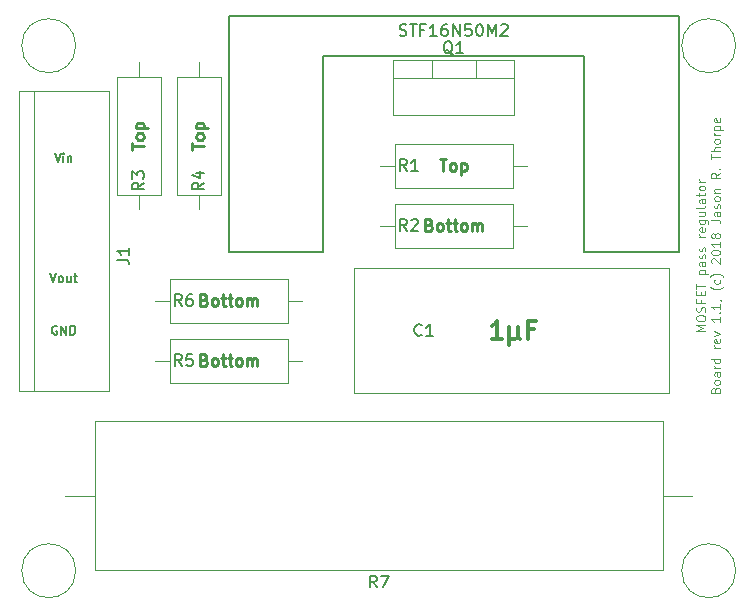
<source format=gbr>
G04 #@! TF.FileFunction,Legend,Top*
%FSLAX46Y46*%
G04 Gerber Fmt 4.6, Leading zero omitted, Abs format (unit mm)*
G04 Created by KiCad (PCBNEW 4.0.7) date Wednesday, October 03, 2018 'AMt' 10:44:15 AM*
%MOMM*%
%LPD*%
G01*
G04 APERTURE LIST*
%ADD10C,0.100000*%
%ADD11C,0.187500*%
%ADD12C,0.125000*%
%ADD13C,0.250000*%
%ADD14C,0.300000*%
%ADD15C,0.120000*%
%ADD16C,0.150000*%
G04 APERTURE END LIST*
D10*
D11*
X125158572Y-79635000D02*
X125087143Y-79599286D01*
X124980000Y-79599286D01*
X124872857Y-79635000D01*
X124801429Y-79706429D01*
X124765714Y-79777857D01*
X124730000Y-79920714D01*
X124730000Y-80027857D01*
X124765714Y-80170714D01*
X124801429Y-80242143D01*
X124872857Y-80313571D01*
X124980000Y-80349286D01*
X125051429Y-80349286D01*
X125158572Y-80313571D01*
X125194286Y-80277857D01*
X125194286Y-80027857D01*
X125051429Y-80027857D01*
X125515714Y-80349286D02*
X125515714Y-79599286D01*
X125944286Y-80349286D01*
X125944286Y-79599286D01*
X126301428Y-80349286D02*
X126301428Y-79599286D01*
X126480000Y-79599286D01*
X126587143Y-79635000D01*
X126658571Y-79706429D01*
X126694286Y-79777857D01*
X126730000Y-79920714D01*
X126730000Y-80027857D01*
X126694286Y-80170714D01*
X126658571Y-80242143D01*
X126587143Y-80313571D01*
X126480000Y-80349286D01*
X126301428Y-80349286D01*
X124587144Y-75154286D02*
X124837144Y-75904286D01*
X125087144Y-75154286D01*
X125444286Y-75904286D02*
X125372858Y-75868571D01*
X125337143Y-75832857D01*
X125301429Y-75761429D01*
X125301429Y-75547143D01*
X125337143Y-75475714D01*
X125372858Y-75440000D01*
X125444286Y-75404286D01*
X125551429Y-75404286D01*
X125622858Y-75440000D01*
X125658572Y-75475714D01*
X125694286Y-75547143D01*
X125694286Y-75761429D01*
X125658572Y-75832857D01*
X125622858Y-75868571D01*
X125551429Y-75904286D01*
X125444286Y-75904286D01*
X126337143Y-75404286D02*
X126337143Y-75904286D01*
X126015714Y-75404286D02*
X126015714Y-75797143D01*
X126051429Y-75868571D01*
X126122857Y-75904286D01*
X126230000Y-75904286D01*
X126301429Y-75868571D01*
X126337143Y-75832857D01*
X126587143Y-75404286D02*
X126872857Y-75404286D01*
X126694285Y-75154286D02*
X126694285Y-75797143D01*
X126730000Y-75868571D01*
X126801428Y-75904286D01*
X126872857Y-75904286D01*
X124962144Y-64994286D02*
X125212144Y-65744286D01*
X125462144Y-64994286D01*
X125712143Y-65744286D02*
X125712143Y-65244286D01*
X125712143Y-64994286D02*
X125676429Y-65030000D01*
X125712143Y-65065714D01*
X125747858Y-65030000D01*
X125712143Y-64994286D01*
X125712143Y-65065714D01*
X126069286Y-65244286D02*
X126069286Y-65744286D01*
X126069286Y-65315714D02*
X126105001Y-65280000D01*
X126176429Y-65244286D01*
X126283572Y-65244286D01*
X126355001Y-65280000D01*
X126390715Y-65351429D01*
X126390715Y-65744286D01*
D12*
X180054286Y-80017142D02*
X179304286Y-80017142D01*
X179840000Y-79767142D01*
X179304286Y-79517142D01*
X180054286Y-79517142D01*
X179304286Y-79017141D02*
X179304286Y-78874284D01*
X179340000Y-78802856D01*
X179411429Y-78731427D01*
X179554286Y-78695713D01*
X179804286Y-78695713D01*
X179947143Y-78731427D01*
X180018571Y-78802856D01*
X180054286Y-78874284D01*
X180054286Y-79017141D01*
X180018571Y-79088570D01*
X179947143Y-79159999D01*
X179804286Y-79195713D01*
X179554286Y-79195713D01*
X179411429Y-79159999D01*
X179340000Y-79088570D01*
X179304286Y-79017141D01*
X180018571Y-78409999D02*
X180054286Y-78302856D01*
X180054286Y-78124285D01*
X180018571Y-78052856D01*
X179982857Y-78017142D01*
X179911429Y-77981427D01*
X179840000Y-77981427D01*
X179768571Y-78017142D01*
X179732857Y-78052856D01*
X179697143Y-78124285D01*
X179661429Y-78267142D01*
X179625714Y-78338570D01*
X179590000Y-78374285D01*
X179518571Y-78409999D01*
X179447143Y-78409999D01*
X179375714Y-78374285D01*
X179340000Y-78338570D01*
X179304286Y-78267142D01*
X179304286Y-78088570D01*
X179340000Y-77981427D01*
X179661429Y-77409999D02*
X179661429Y-77659999D01*
X180054286Y-77659999D02*
X179304286Y-77659999D01*
X179304286Y-77302856D01*
X179661429Y-77017142D02*
X179661429Y-76767142D01*
X180054286Y-76659999D02*
X180054286Y-77017142D01*
X179304286Y-77017142D01*
X179304286Y-76659999D01*
X179304286Y-76445713D02*
X179304286Y-76017142D01*
X180054286Y-76231428D02*
X179304286Y-76231428D01*
X179554286Y-75195713D02*
X180304286Y-75195713D01*
X179590000Y-75195713D02*
X179554286Y-75124284D01*
X179554286Y-74981427D01*
X179590000Y-74909998D01*
X179625714Y-74874284D01*
X179697143Y-74838570D01*
X179911429Y-74838570D01*
X179982857Y-74874284D01*
X180018571Y-74909998D01*
X180054286Y-74981427D01*
X180054286Y-75124284D01*
X180018571Y-75195713D01*
X180054286Y-74195713D02*
X179661429Y-74195713D01*
X179590000Y-74231427D01*
X179554286Y-74302856D01*
X179554286Y-74445713D01*
X179590000Y-74517142D01*
X180018571Y-74195713D02*
X180054286Y-74267142D01*
X180054286Y-74445713D01*
X180018571Y-74517142D01*
X179947143Y-74552856D01*
X179875714Y-74552856D01*
X179804286Y-74517142D01*
X179768571Y-74445713D01*
X179768571Y-74267142D01*
X179732857Y-74195713D01*
X180018571Y-73874285D02*
X180054286Y-73802856D01*
X180054286Y-73659999D01*
X180018571Y-73588571D01*
X179947143Y-73552856D01*
X179911429Y-73552856D01*
X179840000Y-73588571D01*
X179804286Y-73659999D01*
X179804286Y-73767142D01*
X179768571Y-73838571D01*
X179697143Y-73874285D01*
X179661429Y-73874285D01*
X179590000Y-73838571D01*
X179554286Y-73767142D01*
X179554286Y-73659999D01*
X179590000Y-73588571D01*
X180018571Y-73267142D02*
X180054286Y-73195713D01*
X180054286Y-73052856D01*
X180018571Y-72981428D01*
X179947143Y-72945713D01*
X179911429Y-72945713D01*
X179840000Y-72981428D01*
X179804286Y-73052856D01*
X179804286Y-73159999D01*
X179768571Y-73231428D01*
X179697143Y-73267142D01*
X179661429Y-73267142D01*
X179590000Y-73231428D01*
X179554286Y-73159999D01*
X179554286Y-73052856D01*
X179590000Y-72981428D01*
X180054286Y-72052856D02*
X179554286Y-72052856D01*
X179697143Y-72052856D02*
X179625714Y-72017141D01*
X179590000Y-71981427D01*
X179554286Y-71909998D01*
X179554286Y-71838570D01*
X180018571Y-71302855D02*
X180054286Y-71374284D01*
X180054286Y-71517141D01*
X180018571Y-71588570D01*
X179947143Y-71624284D01*
X179661429Y-71624284D01*
X179590000Y-71588570D01*
X179554286Y-71517141D01*
X179554286Y-71374284D01*
X179590000Y-71302855D01*
X179661429Y-71267141D01*
X179732857Y-71267141D01*
X179804286Y-71624284D01*
X179554286Y-70624284D02*
X180161429Y-70624284D01*
X180232857Y-70659998D01*
X180268571Y-70695713D01*
X180304286Y-70767141D01*
X180304286Y-70874284D01*
X180268571Y-70945713D01*
X180018571Y-70624284D02*
X180054286Y-70695713D01*
X180054286Y-70838570D01*
X180018571Y-70909998D01*
X179982857Y-70945713D01*
X179911429Y-70981427D01*
X179697143Y-70981427D01*
X179625714Y-70945713D01*
X179590000Y-70909998D01*
X179554286Y-70838570D01*
X179554286Y-70695713D01*
X179590000Y-70624284D01*
X179554286Y-69945713D02*
X180054286Y-69945713D01*
X179554286Y-70267142D02*
X179947143Y-70267142D01*
X180018571Y-70231427D01*
X180054286Y-70159999D01*
X180054286Y-70052856D01*
X180018571Y-69981427D01*
X179982857Y-69945713D01*
X180054286Y-69481428D02*
X180018571Y-69552856D01*
X179947143Y-69588571D01*
X179304286Y-69588571D01*
X180054286Y-68874285D02*
X179661429Y-68874285D01*
X179590000Y-68909999D01*
X179554286Y-68981428D01*
X179554286Y-69124285D01*
X179590000Y-69195714D01*
X180018571Y-68874285D02*
X180054286Y-68945714D01*
X180054286Y-69124285D01*
X180018571Y-69195714D01*
X179947143Y-69231428D01*
X179875714Y-69231428D01*
X179804286Y-69195714D01*
X179768571Y-69124285D01*
X179768571Y-68945714D01*
X179732857Y-68874285D01*
X179554286Y-68624285D02*
X179554286Y-68338571D01*
X179304286Y-68517143D02*
X179947143Y-68517143D01*
X180018571Y-68481428D01*
X180054286Y-68410000D01*
X180054286Y-68338571D01*
X180054286Y-67981429D02*
X180018571Y-68052857D01*
X179982857Y-68088572D01*
X179911429Y-68124286D01*
X179697143Y-68124286D01*
X179625714Y-68088572D01*
X179590000Y-68052857D01*
X179554286Y-67981429D01*
X179554286Y-67874286D01*
X179590000Y-67802857D01*
X179625714Y-67767143D01*
X179697143Y-67731429D01*
X179911429Y-67731429D01*
X179982857Y-67767143D01*
X180018571Y-67802857D01*
X180054286Y-67874286D01*
X180054286Y-67981429D01*
X180054286Y-67410001D02*
X179554286Y-67410001D01*
X179697143Y-67410001D02*
X179625714Y-67374286D01*
X179590000Y-67338572D01*
X179554286Y-67267143D01*
X179554286Y-67195715D01*
X180911429Y-85035002D02*
X180947143Y-84927859D01*
X180982857Y-84892144D01*
X181054286Y-84856430D01*
X181161429Y-84856430D01*
X181232857Y-84892144D01*
X181268571Y-84927859D01*
X181304286Y-84999287D01*
X181304286Y-85285002D01*
X180554286Y-85285002D01*
X180554286Y-85035002D01*
X180590000Y-84963573D01*
X180625714Y-84927859D01*
X180697143Y-84892144D01*
X180768571Y-84892144D01*
X180840000Y-84927859D01*
X180875714Y-84963573D01*
X180911429Y-85035002D01*
X180911429Y-85285002D01*
X181304286Y-84427859D02*
X181268571Y-84499287D01*
X181232857Y-84535002D01*
X181161429Y-84570716D01*
X180947143Y-84570716D01*
X180875714Y-84535002D01*
X180840000Y-84499287D01*
X180804286Y-84427859D01*
X180804286Y-84320716D01*
X180840000Y-84249287D01*
X180875714Y-84213573D01*
X180947143Y-84177859D01*
X181161429Y-84177859D01*
X181232857Y-84213573D01*
X181268571Y-84249287D01*
X181304286Y-84320716D01*
X181304286Y-84427859D01*
X181304286Y-83535002D02*
X180911429Y-83535002D01*
X180840000Y-83570716D01*
X180804286Y-83642145D01*
X180804286Y-83785002D01*
X180840000Y-83856431D01*
X181268571Y-83535002D02*
X181304286Y-83606431D01*
X181304286Y-83785002D01*
X181268571Y-83856431D01*
X181197143Y-83892145D01*
X181125714Y-83892145D01*
X181054286Y-83856431D01*
X181018571Y-83785002D01*
X181018571Y-83606431D01*
X180982857Y-83535002D01*
X181304286Y-83177860D02*
X180804286Y-83177860D01*
X180947143Y-83177860D02*
X180875714Y-83142145D01*
X180840000Y-83106431D01*
X180804286Y-83035002D01*
X180804286Y-82963574D01*
X181304286Y-82392145D02*
X180554286Y-82392145D01*
X181268571Y-82392145D02*
X181304286Y-82463574D01*
X181304286Y-82606431D01*
X181268571Y-82677859D01*
X181232857Y-82713574D01*
X181161429Y-82749288D01*
X180947143Y-82749288D01*
X180875714Y-82713574D01*
X180840000Y-82677859D01*
X180804286Y-82606431D01*
X180804286Y-82463574D01*
X180840000Y-82392145D01*
X181304286Y-81463574D02*
X180804286Y-81463574D01*
X180947143Y-81463574D02*
X180875714Y-81427859D01*
X180840000Y-81392145D01*
X180804286Y-81320716D01*
X180804286Y-81249288D01*
X181268571Y-80713573D02*
X181304286Y-80785002D01*
X181304286Y-80927859D01*
X181268571Y-80999288D01*
X181197143Y-81035002D01*
X180911429Y-81035002D01*
X180840000Y-80999288D01*
X180804286Y-80927859D01*
X180804286Y-80785002D01*
X180840000Y-80713573D01*
X180911429Y-80677859D01*
X180982857Y-80677859D01*
X181054286Y-81035002D01*
X180804286Y-80427859D02*
X181304286Y-80249288D01*
X180804286Y-80070716D01*
X181304286Y-78820715D02*
X181304286Y-79249287D01*
X181304286Y-79035001D02*
X180554286Y-79035001D01*
X180661429Y-79106430D01*
X180732857Y-79177858D01*
X180768571Y-79249287D01*
X181232857Y-78499287D02*
X181268571Y-78463572D01*
X181304286Y-78499287D01*
X181268571Y-78535001D01*
X181232857Y-78499287D01*
X181304286Y-78499287D01*
X181304286Y-77749286D02*
X181304286Y-78177858D01*
X181304286Y-77963572D02*
X180554286Y-77963572D01*
X180661429Y-78035001D01*
X180732857Y-78106429D01*
X180768571Y-78177858D01*
X181268571Y-77392143D02*
X181304286Y-77392143D01*
X181375714Y-77427858D01*
X181411429Y-77463572D01*
X181590000Y-76285000D02*
X181554286Y-76320714D01*
X181447143Y-76392143D01*
X181375714Y-76427857D01*
X181268571Y-76463571D01*
X181090000Y-76499286D01*
X180947143Y-76499286D01*
X180768571Y-76463571D01*
X180661429Y-76427857D01*
X180590000Y-76392143D01*
X180482857Y-76320714D01*
X180447143Y-76285000D01*
X181268571Y-75677857D02*
X181304286Y-75749286D01*
X181304286Y-75892143D01*
X181268571Y-75963571D01*
X181232857Y-75999286D01*
X181161429Y-76035000D01*
X180947143Y-76035000D01*
X180875714Y-75999286D01*
X180840000Y-75963571D01*
X180804286Y-75892143D01*
X180804286Y-75749286D01*
X180840000Y-75677857D01*
X181590000Y-75427857D02*
X181554286Y-75392143D01*
X181447143Y-75320714D01*
X181375714Y-75285000D01*
X181268571Y-75249286D01*
X181090000Y-75213571D01*
X180947143Y-75213571D01*
X180768571Y-75249286D01*
X180661429Y-75285000D01*
X180590000Y-75320714D01*
X180482857Y-75392143D01*
X180447143Y-75427857D01*
X180625714Y-74320714D02*
X180590000Y-74285000D01*
X180554286Y-74213571D01*
X180554286Y-74035000D01*
X180590000Y-73963571D01*
X180625714Y-73927857D01*
X180697143Y-73892142D01*
X180768571Y-73892142D01*
X180875714Y-73927857D01*
X181304286Y-74356428D01*
X181304286Y-73892142D01*
X180554286Y-73427856D02*
X180554286Y-73356428D01*
X180590000Y-73284999D01*
X180625714Y-73249285D01*
X180697143Y-73213571D01*
X180840000Y-73177856D01*
X181018571Y-73177856D01*
X181161429Y-73213571D01*
X181232857Y-73249285D01*
X181268571Y-73284999D01*
X181304286Y-73356428D01*
X181304286Y-73427856D01*
X181268571Y-73499285D01*
X181232857Y-73534999D01*
X181161429Y-73570714D01*
X181018571Y-73606428D01*
X180840000Y-73606428D01*
X180697143Y-73570714D01*
X180625714Y-73534999D01*
X180590000Y-73499285D01*
X180554286Y-73427856D01*
X181304286Y-72463570D02*
X181304286Y-72892142D01*
X181304286Y-72677856D02*
X180554286Y-72677856D01*
X180661429Y-72749285D01*
X180732857Y-72820713D01*
X180768571Y-72892142D01*
X180875714Y-72034999D02*
X180840000Y-72106427D01*
X180804286Y-72142142D01*
X180732857Y-72177856D01*
X180697143Y-72177856D01*
X180625714Y-72142142D01*
X180590000Y-72106427D01*
X180554286Y-72034999D01*
X180554286Y-71892142D01*
X180590000Y-71820713D01*
X180625714Y-71784999D01*
X180697143Y-71749284D01*
X180732857Y-71749284D01*
X180804286Y-71784999D01*
X180840000Y-71820713D01*
X180875714Y-71892142D01*
X180875714Y-72034999D01*
X180911429Y-72106427D01*
X180947143Y-72142142D01*
X181018571Y-72177856D01*
X181161429Y-72177856D01*
X181232857Y-72142142D01*
X181268571Y-72106427D01*
X181304286Y-72034999D01*
X181304286Y-71892142D01*
X181268571Y-71820713D01*
X181232857Y-71784999D01*
X181161429Y-71749284D01*
X181018571Y-71749284D01*
X180947143Y-71784999D01*
X180911429Y-71820713D01*
X180875714Y-71892142D01*
X180554286Y-70642141D02*
X181090000Y-70642141D01*
X181197143Y-70677855D01*
X181268571Y-70749284D01*
X181304286Y-70856427D01*
X181304286Y-70927855D01*
X181304286Y-69963569D02*
X180911429Y-69963569D01*
X180840000Y-69999283D01*
X180804286Y-70070712D01*
X180804286Y-70213569D01*
X180840000Y-70284998D01*
X181268571Y-69963569D02*
X181304286Y-70034998D01*
X181304286Y-70213569D01*
X181268571Y-70284998D01*
X181197143Y-70320712D01*
X181125714Y-70320712D01*
X181054286Y-70284998D01*
X181018571Y-70213569D01*
X181018571Y-70034998D01*
X180982857Y-69963569D01*
X181268571Y-69642141D02*
X181304286Y-69570712D01*
X181304286Y-69427855D01*
X181268571Y-69356427D01*
X181197143Y-69320712D01*
X181161429Y-69320712D01*
X181090000Y-69356427D01*
X181054286Y-69427855D01*
X181054286Y-69534998D01*
X181018571Y-69606427D01*
X180947143Y-69642141D01*
X180911429Y-69642141D01*
X180840000Y-69606427D01*
X180804286Y-69534998D01*
X180804286Y-69427855D01*
X180840000Y-69356427D01*
X181304286Y-68892141D02*
X181268571Y-68963569D01*
X181232857Y-68999284D01*
X181161429Y-69034998D01*
X180947143Y-69034998D01*
X180875714Y-68999284D01*
X180840000Y-68963569D01*
X180804286Y-68892141D01*
X180804286Y-68784998D01*
X180840000Y-68713569D01*
X180875714Y-68677855D01*
X180947143Y-68642141D01*
X181161429Y-68642141D01*
X181232857Y-68677855D01*
X181268571Y-68713569D01*
X181304286Y-68784998D01*
X181304286Y-68892141D01*
X180804286Y-68320713D02*
X181304286Y-68320713D01*
X180875714Y-68320713D02*
X180840000Y-68284998D01*
X180804286Y-68213570D01*
X180804286Y-68106427D01*
X180840000Y-68034998D01*
X180911429Y-67999284D01*
X181304286Y-67999284D01*
X181304286Y-66642141D02*
X180947143Y-66892141D01*
X181304286Y-67070713D02*
X180554286Y-67070713D01*
X180554286Y-66784998D01*
X180590000Y-66713570D01*
X180625714Y-66677855D01*
X180697143Y-66642141D01*
X180804286Y-66642141D01*
X180875714Y-66677855D01*
X180911429Y-66713570D01*
X180947143Y-66784998D01*
X180947143Y-67070713D01*
X181232857Y-66320713D02*
X181268571Y-66284998D01*
X181304286Y-66320713D01*
X181268571Y-66356427D01*
X181232857Y-66320713D01*
X181304286Y-66320713D01*
X180554286Y-65499283D02*
X180554286Y-65070712D01*
X181304286Y-65284998D02*
X180554286Y-65284998D01*
X181304286Y-64820712D02*
X180554286Y-64820712D01*
X181304286Y-64499283D02*
X180911429Y-64499283D01*
X180840000Y-64534997D01*
X180804286Y-64606426D01*
X180804286Y-64713569D01*
X180840000Y-64784997D01*
X180875714Y-64820712D01*
X181304286Y-64034998D02*
X181268571Y-64106426D01*
X181232857Y-64142141D01*
X181161429Y-64177855D01*
X180947143Y-64177855D01*
X180875714Y-64142141D01*
X180840000Y-64106426D01*
X180804286Y-64034998D01*
X180804286Y-63927855D01*
X180840000Y-63856426D01*
X180875714Y-63820712D01*
X180947143Y-63784998D01*
X181161429Y-63784998D01*
X181232857Y-63820712D01*
X181268571Y-63856426D01*
X181304286Y-63927855D01*
X181304286Y-64034998D01*
X181304286Y-63463570D02*
X180804286Y-63463570D01*
X180947143Y-63463570D02*
X180875714Y-63427855D01*
X180840000Y-63392141D01*
X180804286Y-63320712D01*
X180804286Y-63249284D01*
X180804286Y-62999284D02*
X181554286Y-62999284D01*
X180840000Y-62999284D02*
X180804286Y-62927855D01*
X180804286Y-62784998D01*
X180840000Y-62713569D01*
X180875714Y-62677855D01*
X180947143Y-62642141D01*
X181161429Y-62642141D01*
X181232857Y-62677855D01*
X181268571Y-62713569D01*
X181304286Y-62784998D01*
X181304286Y-62927855D01*
X181268571Y-62999284D01*
X181268571Y-62034998D02*
X181304286Y-62106427D01*
X181304286Y-62249284D01*
X181268571Y-62320713D01*
X181197143Y-62356427D01*
X180911429Y-62356427D01*
X180840000Y-62320713D01*
X180804286Y-62249284D01*
X180804286Y-62106427D01*
X180840000Y-62034998D01*
X180911429Y-61999284D01*
X180982857Y-61999284D01*
X181054286Y-62356427D01*
D13*
X137628572Y-77398571D02*
X137771429Y-77446190D01*
X137819048Y-77493810D01*
X137866667Y-77589048D01*
X137866667Y-77731905D01*
X137819048Y-77827143D01*
X137771429Y-77874762D01*
X137676191Y-77922381D01*
X137295238Y-77922381D01*
X137295238Y-76922381D01*
X137628572Y-76922381D01*
X137723810Y-76970000D01*
X137771429Y-77017619D01*
X137819048Y-77112857D01*
X137819048Y-77208095D01*
X137771429Y-77303333D01*
X137723810Y-77350952D01*
X137628572Y-77398571D01*
X137295238Y-77398571D01*
X138438095Y-77922381D02*
X138342857Y-77874762D01*
X138295238Y-77827143D01*
X138247619Y-77731905D01*
X138247619Y-77446190D01*
X138295238Y-77350952D01*
X138342857Y-77303333D01*
X138438095Y-77255714D01*
X138580953Y-77255714D01*
X138676191Y-77303333D01*
X138723810Y-77350952D01*
X138771429Y-77446190D01*
X138771429Y-77731905D01*
X138723810Y-77827143D01*
X138676191Y-77874762D01*
X138580953Y-77922381D01*
X138438095Y-77922381D01*
X139057143Y-77255714D02*
X139438095Y-77255714D01*
X139200000Y-76922381D02*
X139200000Y-77779524D01*
X139247619Y-77874762D01*
X139342857Y-77922381D01*
X139438095Y-77922381D01*
X139628572Y-77255714D02*
X140009524Y-77255714D01*
X139771429Y-76922381D02*
X139771429Y-77779524D01*
X139819048Y-77874762D01*
X139914286Y-77922381D01*
X140009524Y-77922381D01*
X140485715Y-77922381D02*
X140390477Y-77874762D01*
X140342858Y-77827143D01*
X140295239Y-77731905D01*
X140295239Y-77446190D01*
X140342858Y-77350952D01*
X140390477Y-77303333D01*
X140485715Y-77255714D01*
X140628573Y-77255714D01*
X140723811Y-77303333D01*
X140771430Y-77350952D01*
X140819049Y-77446190D01*
X140819049Y-77731905D01*
X140771430Y-77827143D01*
X140723811Y-77874762D01*
X140628573Y-77922381D01*
X140485715Y-77922381D01*
X141247620Y-77922381D02*
X141247620Y-77255714D01*
X141247620Y-77350952D02*
X141295239Y-77303333D01*
X141390477Y-77255714D01*
X141533335Y-77255714D01*
X141628573Y-77303333D01*
X141676192Y-77398571D01*
X141676192Y-77922381D01*
X141676192Y-77398571D02*
X141723811Y-77303333D01*
X141819049Y-77255714D01*
X141961906Y-77255714D01*
X142057144Y-77303333D01*
X142104763Y-77398571D01*
X142104763Y-77922381D01*
X137628572Y-82478571D02*
X137771429Y-82526190D01*
X137819048Y-82573810D01*
X137866667Y-82669048D01*
X137866667Y-82811905D01*
X137819048Y-82907143D01*
X137771429Y-82954762D01*
X137676191Y-83002381D01*
X137295238Y-83002381D01*
X137295238Y-82002381D01*
X137628572Y-82002381D01*
X137723810Y-82050000D01*
X137771429Y-82097619D01*
X137819048Y-82192857D01*
X137819048Y-82288095D01*
X137771429Y-82383333D01*
X137723810Y-82430952D01*
X137628572Y-82478571D01*
X137295238Y-82478571D01*
X138438095Y-83002381D02*
X138342857Y-82954762D01*
X138295238Y-82907143D01*
X138247619Y-82811905D01*
X138247619Y-82526190D01*
X138295238Y-82430952D01*
X138342857Y-82383333D01*
X138438095Y-82335714D01*
X138580953Y-82335714D01*
X138676191Y-82383333D01*
X138723810Y-82430952D01*
X138771429Y-82526190D01*
X138771429Y-82811905D01*
X138723810Y-82907143D01*
X138676191Y-82954762D01*
X138580953Y-83002381D01*
X138438095Y-83002381D01*
X139057143Y-82335714D02*
X139438095Y-82335714D01*
X139200000Y-82002381D02*
X139200000Y-82859524D01*
X139247619Y-82954762D01*
X139342857Y-83002381D01*
X139438095Y-83002381D01*
X139628572Y-82335714D02*
X140009524Y-82335714D01*
X139771429Y-82002381D02*
X139771429Y-82859524D01*
X139819048Y-82954762D01*
X139914286Y-83002381D01*
X140009524Y-83002381D01*
X140485715Y-83002381D02*
X140390477Y-82954762D01*
X140342858Y-82907143D01*
X140295239Y-82811905D01*
X140295239Y-82526190D01*
X140342858Y-82430952D01*
X140390477Y-82383333D01*
X140485715Y-82335714D01*
X140628573Y-82335714D01*
X140723811Y-82383333D01*
X140771430Y-82430952D01*
X140819049Y-82526190D01*
X140819049Y-82811905D01*
X140771430Y-82907143D01*
X140723811Y-82954762D01*
X140628573Y-83002381D01*
X140485715Y-83002381D01*
X141247620Y-83002381D02*
X141247620Y-82335714D01*
X141247620Y-82430952D02*
X141295239Y-82383333D01*
X141390477Y-82335714D01*
X141533335Y-82335714D01*
X141628573Y-82383333D01*
X141676192Y-82478571D01*
X141676192Y-83002381D01*
X141676192Y-82478571D02*
X141723811Y-82383333D01*
X141819049Y-82335714D01*
X141961906Y-82335714D01*
X142057144Y-82383333D01*
X142104763Y-82478571D01*
X142104763Y-83002381D01*
X136612381Y-64690476D02*
X136612381Y-64119047D01*
X137612381Y-64404762D02*
X136612381Y-64404762D01*
X137612381Y-63642857D02*
X137564762Y-63738095D01*
X137517143Y-63785714D01*
X137421905Y-63833333D01*
X137136190Y-63833333D01*
X137040952Y-63785714D01*
X136993333Y-63738095D01*
X136945714Y-63642857D01*
X136945714Y-63499999D01*
X136993333Y-63404761D01*
X137040952Y-63357142D01*
X137136190Y-63309523D01*
X137421905Y-63309523D01*
X137517143Y-63357142D01*
X137564762Y-63404761D01*
X137612381Y-63499999D01*
X137612381Y-63642857D01*
X136945714Y-62880952D02*
X137945714Y-62880952D01*
X136993333Y-62880952D02*
X136945714Y-62785714D01*
X136945714Y-62595237D01*
X136993333Y-62499999D01*
X137040952Y-62452380D01*
X137136190Y-62404761D01*
X137421905Y-62404761D01*
X137517143Y-62452380D01*
X137564762Y-62499999D01*
X137612381Y-62595237D01*
X137612381Y-62785714D01*
X137564762Y-62880952D01*
X131532381Y-64690476D02*
X131532381Y-64119047D01*
X132532381Y-64404762D02*
X131532381Y-64404762D01*
X132532381Y-63642857D02*
X132484762Y-63738095D01*
X132437143Y-63785714D01*
X132341905Y-63833333D01*
X132056190Y-63833333D01*
X131960952Y-63785714D01*
X131913333Y-63738095D01*
X131865714Y-63642857D01*
X131865714Y-63499999D01*
X131913333Y-63404761D01*
X131960952Y-63357142D01*
X132056190Y-63309523D01*
X132341905Y-63309523D01*
X132437143Y-63357142D01*
X132484762Y-63404761D01*
X132532381Y-63499999D01*
X132532381Y-63642857D01*
X131865714Y-62880952D02*
X132865714Y-62880952D01*
X131913333Y-62880952D02*
X131865714Y-62785714D01*
X131865714Y-62595237D01*
X131913333Y-62499999D01*
X131960952Y-62452380D01*
X132056190Y-62404761D01*
X132341905Y-62404761D01*
X132437143Y-62452380D01*
X132484762Y-62499999D01*
X132532381Y-62595237D01*
X132532381Y-62785714D01*
X132484762Y-62880952D01*
D14*
X162830000Y-80688571D02*
X161972857Y-80688571D01*
X162401429Y-80688571D02*
X162401429Y-79188571D01*
X162258572Y-79402857D01*
X162115714Y-79545714D01*
X161972857Y-79617143D01*
X163472857Y-79688571D02*
X163472857Y-81188571D01*
X164187143Y-80474286D02*
X164258571Y-80617143D01*
X164401428Y-80688571D01*
X163472857Y-80474286D02*
X163544285Y-80617143D01*
X163687143Y-80688571D01*
X163972857Y-80688571D01*
X164115714Y-80617143D01*
X164187143Y-80474286D01*
X164187143Y-79688571D01*
X165544286Y-79902857D02*
X165044286Y-79902857D01*
X165044286Y-80688571D02*
X165044286Y-79188571D01*
X165758572Y-79188571D01*
D13*
X156678572Y-71048571D02*
X156821429Y-71096190D01*
X156869048Y-71143810D01*
X156916667Y-71239048D01*
X156916667Y-71381905D01*
X156869048Y-71477143D01*
X156821429Y-71524762D01*
X156726191Y-71572381D01*
X156345238Y-71572381D01*
X156345238Y-70572381D01*
X156678572Y-70572381D01*
X156773810Y-70620000D01*
X156821429Y-70667619D01*
X156869048Y-70762857D01*
X156869048Y-70858095D01*
X156821429Y-70953333D01*
X156773810Y-71000952D01*
X156678572Y-71048571D01*
X156345238Y-71048571D01*
X157488095Y-71572381D02*
X157392857Y-71524762D01*
X157345238Y-71477143D01*
X157297619Y-71381905D01*
X157297619Y-71096190D01*
X157345238Y-71000952D01*
X157392857Y-70953333D01*
X157488095Y-70905714D01*
X157630953Y-70905714D01*
X157726191Y-70953333D01*
X157773810Y-71000952D01*
X157821429Y-71096190D01*
X157821429Y-71381905D01*
X157773810Y-71477143D01*
X157726191Y-71524762D01*
X157630953Y-71572381D01*
X157488095Y-71572381D01*
X158107143Y-70905714D02*
X158488095Y-70905714D01*
X158250000Y-70572381D02*
X158250000Y-71429524D01*
X158297619Y-71524762D01*
X158392857Y-71572381D01*
X158488095Y-71572381D01*
X158678572Y-70905714D02*
X159059524Y-70905714D01*
X158821429Y-70572381D02*
X158821429Y-71429524D01*
X158869048Y-71524762D01*
X158964286Y-71572381D01*
X159059524Y-71572381D01*
X159535715Y-71572381D02*
X159440477Y-71524762D01*
X159392858Y-71477143D01*
X159345239Y-71381905D01*
X159345239Y-71096190D01*
X159392858Y-71000952D01*
X159440477Y-70953333D01*
X159535715Y-70905714D01*
X159678573Y-70905714D01*
X159773811Y-70953333D01*
X159821430Y-71000952D01*
X159869049Y-71096190D01*
X159869049Y-71381905D01*
X159821430Y-71477143D01*
X159773811Y-71524762D01*
X159678573Y-71572381D01*
X159535715Y-71572381D01*
X160297620Y-71572381D02*
X160297620Y-70905714D01*
X160297620Y-71000952D02*
X160345239Y-70953333D01*
X160440477Y-70905714D01*
X160583335Y-70905714D01*
X160678573Y-70953333D01*
X160726192Y-71048571D01*
X160726192Y-71572381D01*
X160726192Y-71048571D02*
X160773811Y-70953333D01*
X160869049Y-70905714D01*
X161011906Y-70905714D01*
X161107144Y-70953333D01*
X161154763Y-71048571D01*
X161154763Y-71572381D01*
X157559524Y-65492381D02*
X158130953Y-65492381D01*
X157845238Y-66492381D02*
X157845238Y-65492381D01*
X158607143Y-66492381D02*
X158511905Y-66444762D01*
X158464286Y-66397143D01*
X158416667Y-66301905D01*
X158416667Y-66016190D01*
X158464286Y-65920952D01*
X158511905Y-65873333D01*
X158607143Y-65825714D01*
X158750001Y-65825714D01*
X158845239Y-65873333D01*
X158892858Y-65920952D01*
X158940477Y-66016190D01*
X158940477Y-66301905D01*
X158892858Y-66397143D01*
X158845239Y-66444762D01*
X158750001Y-66492381D01*
X158607143Y-66492381D01*
X159369048Y-65825714D02*
X159369048Y-66825714D01*
X159369048Y-65873333D02*
X159464286Y-65825714D01*
X159654763Y-65825714D01*
X159750001Y-65873333D01*
X159797620Y-65920952D01*
X159845239Y-66016190D01*
X159845239Y-66301905D01*
X159797620Y-66397143D01*
X159750001Y-66444762D01*
X159654763Y-66492381D01*
X159464286Y-66492381D01*
X159369048Y-66444762D01*
D15*
X126746000Y-100330000D02*
G75*
G03X126746000Y-100330000I-2286000J0D01*
G01*
X150340000Y-74700000D02*
X176960000Y-74700000D01*
X150340000Y-85320000D02*
X176960000Y-85320000D01*
X150340000Y-74700000D02*
X150340000Y-85320000D01*
X176960000Y-74700000D02*
X176960000Y-85320000D01*
X121920000Y-59690000D02*
X129540000Y-59690000D01*
X121920000Y-85090000D02*
X129540000Y-85090000D01*
X123190000Y-59690000D02*
X123190000Y-85090000D01*
X129540000Y-59690000D02*
X129540000Y-85090000D01*
X121920000Y-59690000D02*
X121920000Y-85090000D01*
X153740000Y-64180000D02*
X153740000Y-67900000D01*
X153740000Y-67900000D02*
X163760000Y-67900000D01*
X163760000Y-67900000D02*
X163760000Y-64180000D01*
X163760000Y-64180000D02*
X153740000Y-64180000D01*
X152510000Y-66040000D02*
X153740000Y-66040000D01*
X164990000Y-66040000D02*
X163760000Y-66040000D01*
X163760000Y-72980000D02*
X163760000Y-69260000D01*
X163760000Y-69260000D02*
X153740000Y-69260000D01*
X153740000Y-69260000D02*
X153740000Y-72980000D01*
X153740000Y-72980000D02*
X163760000Y-72980000D01*
X164990000Y-71120000D02*
X163760000Y-71120000D01*
X152510000Y-71120000D02*
X153740000Y-71120000D01*
X133940000Y-58490000D02*
X130220000Y-58490000D01*
X130220000Y-58490000D02*
X130220000Y-68510000D01*
X130220000Y-68510000D02*
X133940000Y-68510000D01*
X133940000Y-68510000D02*
X133940000Y-58490000D01*
X132080000Y-57260000D02*
X132080000Y-58490000D01*
X132080000Y-69740000D02*
X132080000Y-68510000D01*
X135300000Y-68510000D02*
X139020000Y-68510000D01*
X139020000Y-68510000D02*
X139020000Y-58490000D01*
X139020000Y-58490000D02*
X135300000Y-58490000D01*
X135300000Y-58490000D02*
X135300000Y-68510000D01*
X137160000Y-69740000D02*
X137160000Y-68510000D01*
X137160000Y-57260000D02*
X137160000Y-58490000D01*
X144710000Y-84410000D02*
X144710000Y-80690000D01*
X144710000Y-80690000D02*
X134690000Y-80690000D01*
X134690000Y-80690000D02*
X134690000Y-84410000D01*
X134690000Y-84410000D02*
X144710000Y-84410000D01*
X145940000Y-82550000D02*
X144710000Y-82550000D01*
X133460000Y-82550000D02*
X134690000Y-82550000D01*
X134690000Y-75610000D02*
X134690000Y-79330000D01*
X134690000Y-79330000D02*
X144710000Y-79330000D01*
X144710000Y-79330000D02*
X144710000Y-75610000D01*
X144710000Y-75610000D02*
X134690000Y-75610000D01*
X133460000Y-77470000D02*
X134690000Y-77470000D01*
X145940000Y-77470000D02*
X144710000Y-77470000D01*
X153630000Y-57070000D02*
X163870000Y-57070000D01*
X153630000Y-61711000D02*
X163870000Y-61711000D01*
X153630000Y-57070000D02*
X153630000Y-61711000D01*
X163870000Y-57070000D02*
X163870000Y-61711000D01*
X153630000Y-58580000D02*
X163870000Y-58580000D01*
X156900000Y-57070000D02*
X156900000Y-58580000D01*
X160601000Y-57070000D02*
X160601000Y-58580000D01*
D16*
X147700000Y-56740000D02*
X169800000Y-56740000D01*
X147700000Y-73340000D02*
X147700000Y-56740000D01*
X147700000Y-73340000D02*
X139700000Y-73340000D01*
X139700000Y-53340000D02*
X139700000Y-73340000D01*
X177800000Y-73340000D02*
X169800000Y-73340000D01*
X169800000Y-73340000D02*
X169800000Y-56740000D01*
X177800000Y-53340000D02*
X177800000Y-73340000D01*
X139700000Y-53340000D02*
X177800000Y-53340000D01*
D15*
X126746000Y-55880000D02*
G75*
G03X126746000Y-55880000I-2286000J0D01*
G01*
X182626000Y-55880000D02*
G75*
G03X182626000Y-55880000I-2286000J0D01*
G01*
X182626000Y-100330000D02*
G75*
G03X182626000Y-100330000I-2286000J0D01*
G01*
X176460000Y-100290000D02*
X176460000Y-87670000D01*
X176460000Y-87670000D02*
X128340000Y-87670000D01*
X128340000Y-87670000D02*
X128340000Y-100290000D01*
X128340000Y-100290000D02*
X176460000Y-100290000D01*
X178960000Y-93980000D02*
X176460000Y-93980000D01*
X125840000Y-93980000D02*
X128340000Y-93980000D01*
D16*
X156043334Y-80367143D02*
X155995715Y-80414762D01*
X155852858Y-80462381D01*
X155757620Y-80462381D01*
X155614762Y-80414762D01*
X155519524Y-80319524D01*
X155471905Y-80224286D01*
X155424286Y-80033810D01*
X155424286Y-79890952D01*
X155471905Y-79700476D01*
X155519524Y-79605238D01*
X155614762Y-79510000D01*
X155757620Y-79462381D01*
X155852858Y-79462381D01*
X155995715Y-79510000D01*
X156043334Y-79557619D01*
X156995715Y-80462381D02*
X156424286Y-80462381D01*
X156710000Y-80462381D02*
X156710000Y-79462381D01*
X156614762Y-79605238D01*
X156519524Y-79700476D01*
X156424286Y-79748095D01*
X130262381Y-73993333D02*
X130976667Y-73993333D01*
X131119524Y-74040953D01*
X131214762Y-74136191D01*
X131262381Y-74279048D01*
X131262381Y-74374286D01*
X131262381Y-72993333D02*
X131262381Y-73564762D01*
X131262381Y-73279048D02*
X130262381Y-73279048D01*
X130405238Y-73374286D01*
X130500476Y-73469524D01*
X130548095Y-73564762D01*
X154773334Y-66492381D02*
X154440000Y-66016190D01*
X154201905Y-66492381D02*
X154201905Y-65492381D01*
X154582858Y-65492381D01*
X154678096Y-65540000D01*
X154725715Y-65587619D01*
X154773334Y-65682857D01*
X154773334Y-65825714D01*
X154725715Y-65920952D01*
X154678096Y-65968571D01*
X154582858Y-66016190D01*
X154201905Y-66016190D01*
X155725715Y-66492381D02*
X155154286Y-66492381D01*
X155440000Y-66492381D02*
X155440000Y-65492381D01*
X155344762Y-65635238D01*
X155249524Y-65730476D01*
X155154286Y-65778095D01*
X154773334Y-71572381D02*
X154440000Y-71096190D01*
X154201905Y-71572381D02*
X154201905Y-70572381D01*
X154582858Y-70572381D01*
X154678096Y-70620000D01*
X154725715Y-70667619D01*
X154773334Y-70762857D01*
X154773334Y-70905714D01*
X154725715Y-71000952D01*
X154678096Y-71048571D01*
X154582858Y-71096190D01*
X154201905Y-71096190D01*
X155154286Y-70667619D02*
X155201905Y-70620000D01*
X155297143Y-70572381D01*
X155535239Y-70572381D01*
X155630477Y-70620000D01*
X155678096Y-70667619D01*
X155725715Y-70762857D01*
X155725715Y-70858095D01*
X155678096Y-71000952D01*
X155106667Y-71572381D01*
X155725715Y-71572381D01*
X132532381Y-67476666D02*
X132056190Y-67810000D01*
X132532381Y-68048095D02*
X131532381Y-68048095D01*
X131532381Y-67667142D01*
X131580000Y-67571904D01*
X131627619Y-67524285D01*
X131722857Y-67476666D01*
X131865714Y-67476666D01*
X131960952Y-67524285D01*
X132008571Y-67571904D01*
X132056190Y-67667142D01*
X132056190Y-68048095D01*
X131532381Y-67143333D02*
X131532381Y-66524285D01*
X131913333Y-66857619D01*
X131913333Y-66714761D01*
X131960952Y-66619523D01*
X132008571Y-66571904D01*
X132103810Y-66524285D01*
X132341905Y-66524285D01*
X132437143Y-66571904D01*
X132484762Y-66619523D01*
X132532381Y-66714761D01*
X132532381Y-67000476D01*
X132484762Y-67095714D01*
X132437143Y-67143333D01*
X137612381Y-67476666D02*
X137136190Y-67810000D01*
X137612381Y-68048095D02*
X136612381Y-68048095D01*
X136612381Y-67667142D01*
X136660000Y-67571904D01*
X136707619Y-67524285D01*
X136802857Y-67476666D01*
X136945714Y-67476666D01*
X137040952Y-67524285D01*
X137088571Y-67571904D01*
X137136190Y-67667142D01*
X137136190Y-68048095D01*
X136945714Y-66619523D02*
X137612381Y-66619523D01*
X136564762Y-66857619D02*
X137279048Y-67095714D01*
X137279048Y-66476666D01*
X135723334Y-83002381D02*
X135390000Y-82526190D01*
X135151905Y-83002381D02*
X135151905Y-82002381D01*
X135532858Y-82002381D01*
X135628096Y-82050000D01*
X135675715Y-82097619D01*
X135723334Y-82192857D01*
X135723334Y-82335714D01*
X135675715Y-82430952D01*
X135628096Y-82478571D01*
X135532858Y-82526190D01*
X135151905Y-82526190D01*
X136628096Y-82002381D02*
X136151905Y-82002381D01*
X136104286Y-82478571D01*
X136151905Y-82430952D01*
X136247143Y-82383333D01*
X136485239Y-82383333D01*
X136580477Y-82430952D01*
X136628096Y-82478571D01*
X136675715Y-82573810D01*
X136675715Y-82811905D01*
X136628096Y-82907143D01*
X136580477Y-82954762D01*
X136485239Y-83002381D01*
X136247143Y-83002381D01*
X136151905Y-82954762D01*
X136104286Y-82907143D01*
X135723334Y-77922381D02*
X135390000Y-77446190D01*
X135151905Y-77922381D02*
X135151905Y-76922381D01*
X135532858Y-76922381D01*
X135628096Y-76970000D01*
X135675715Y-77017619D01*
X135723334Y-77112857D01*
X135723334Y-77255714D01*
X135675715Y-77350952D01*
X135628096Y-77398571D01*
X135532858Y-77446190D01*
X135151905Y-77446190D01*
X136580477Y-76922381D02*
X136390000Y-76922381D01*
X136294762Y-76970000D01*
X136247143Y-77017619D01*
X136151905Y-77160476D01*
X136104286Y-77350952D01*
X136104286Y-77731905D01*
X136151905Y-77827143D01*
X136199524Y-77874762D01*
X136294762Y-77922381D01*
X136485239Y-77922381D01*
X136580477Y-77874762D01*
X136628096Y-77827143D01*
X136675715Y-77731905D01*
X136675715Y-77493810D01*
X136628096Y-77398571D01*
X136580477Y-77350952D01*
X136485239Y-77303333D01*
X136294762Y-77303333D01*
X136199524Y-77350952D01*
X136151905Y-77398571D01*
X136104286Y-77493810D01*
X158654762Y-56617619D02*
X158559524Y-56570000D01*
X158464286Y-56474762D01*
X158321429Y-56331905D01*
X158226190Y-56284286D01*
X158130952Y-56284286D01*
X158178571Y-56522381D02*
X158083333Y-56474762D01*
X157988095Y-56379524D01*
X157940476Y-56189048D01*
X157940476Y-55855714D01*
X157988095Y-55665238D01*
X158083333Y-55570000D01*
X158178571Y-55522381D01*
X158369048Y-55522381D01*
X158464286Y-55570000D01*
X158559524Y-55665238D01*
X158607143Y-55855714D01*
X158607143Y-56189048D01*
X158559524Y-56379524D01*
X158464286Y-56474762D01*
X158369048Y-56522381D01*
X158178571Y-56522381D01*
X159559524Y-56522381D02*
X158988095Y-56522381D01*
X159273809Y-56522381D02*
X159273809Y-55522381D01*
X159178571Y-55665238D01*
X159083333Y-55760476D01*
X158988095Y-55808095D01*
X154178571Y-55014762D02*
X154321428Y-55062381D01*
X154559524Y-55062381D01*
X154654762Y-55014762D01*
X154702381Y-54967143D01*
X154750000Y-54871905D01*
X154750000Y-54776667D01*
X154702381Y-54681429D01*
X154654762Y-54633810D01*
X154559524Y-54586190D01*
X154369047Y-54538571D01*
X154273809Y-54490952D01*
X154226190Y-54443333D01*
X154178571Y-54348095D01*
X154178571Y-54252857D01*
X154226190Y-54157619D01*
X154273809Y-54110000D01*
X154369047Y-54062381D01*
X154607143Y-54062381D01*
X154750000Y-54110000D01*
X155035714Y-54062381D02*
X155607143Y-54062381D01*
X155321428Y-55062381D02*
X155321428Y-54062381D01*
X156273810Y-54538571D02*
X155940476Y-54538571D01*
X155940476Y-55062381D02*
X155940476Y-54062381D01*
X156416667Y-54062381D01*
X157321429Y-55062381D02*
X156750000Y-55062381D01*
X157035714Y-55062381D02*
X157035714Y-54062381D01*
X156940476Y-54205238D01*
X156845238Y-54300476D01*
X156750000Y-54348095D01*
X158178572Y-54062381D02*
X157988095Y-54062381D01*
X157892857Y-54110000D01*
X157845238Y-54157619D01*
X157750000Y-54300476D01*
X157702381Y-54490952D01*
X157702381Y-54871905D01*
X157750000Y-54967143D01*
X157797619Y-55014762D01*
X157892857Y-55062381D01*
X158083334Y-55062381D01*
X158178572Y-55014762D01*
X158226191Y-54967143D01*
X158273810Y-54871905D01*
X158273810Y-54633810D01*
X158226191Y-54538571D01*
X158178572Y-54490952D01*
X158083334Y-54443333D01*
X157892857Y-54443333D01*
X157797619Y-54490952D01*
X157750000Y-54538571D01*
X157702381Y-54633810D01*
X158702381Y-55062381D02*
X158702381Y-54062381D01*
X159273810Y-55062381D01*
X159273810Y-54062381D01*
X160226191Y-54062381D02*
X159750000Y-54062381D01*
X159702381Y-54538571D01*
X159750000Y-54490952D01*
X159845238Y-54443333D01*
X160083334Y-54443333D01*
X160178572Y-54490952D01*
X160226191Y-54538571D01*
X160273810Y-54633810D01*
X160273810Y-54871905D01*
X160226191Y-54967143D01*
X160178572Y-55014762D01*
X160083334Y-55062381D01*
X159845238Y-55062381D01*
X159750000Y-55014762D01*
X159702381Y-54967143D01*
X160892857Y-54062381D02*
X160988096Y-54062381D01*
X161083334Y-54110000D01*
X161130953Y-54157619D01*
X161178572Y-54252857D01*
X161226191Y-54443333D01*
X161226191Y-54681429D01*
X161178572Y-54871905D01*
X161130953Y-54967143D01*
X161083334Y-55014762D01*
X160988096Y-55062381D01*
X160892857Y-55062381D01*
X160797619Y-55014762D01*
X160750000Y-54967143D01*
X160702381Y-54871905D01*
X160654762Y-54681429D01*
X160654762Y-54443333D01*
X160702381Y-54252857D01*
X160750000Y-54157619D01*
X160797619Y-54110000D01*
X160892857Y-54062381D01*
X161654762Y-55062381D02*
X161654762Y-54062381D01*
X161988096Y-54776667D01*
X162321429Y-54062381D01*
X162321429Y-55062381D01*
X162750000Y-54157619D02*
X162797619Y-54110000D01*
X162892857Y-54062381D01*
X163130953Y-54062381D01*
X163226191Y-54110000D01*
X163273810Y-54157619D01*
X163321429Y-54252857D01*
X163321429Y-54348095D01*
X163273810Y-54490952D01*
X162702381Y-55062381D01*
X163321429Y-55062381D01*
X152233334Y-101742381D02*
X151900000Y-101266190D01*
X151661905Y-101742381D02*
X151661905Y-100742381D01*
X152042858Y-100742381D01*
X152138096Y-100790000D01*
X152185715Y-100837619D01*
X152233334Y-100932857D01*
X152233334Y-101075714D01*
X152185715Y-101170952D01*
X152138096Y-101218571D01*
X152042858Y-101266190D01*
X151661905Y-101266190D01*
X152566667Y-100742381D02*
X153233334Y-100742381D01*
X152804762Y-101742381D01*
M02*

</source>
